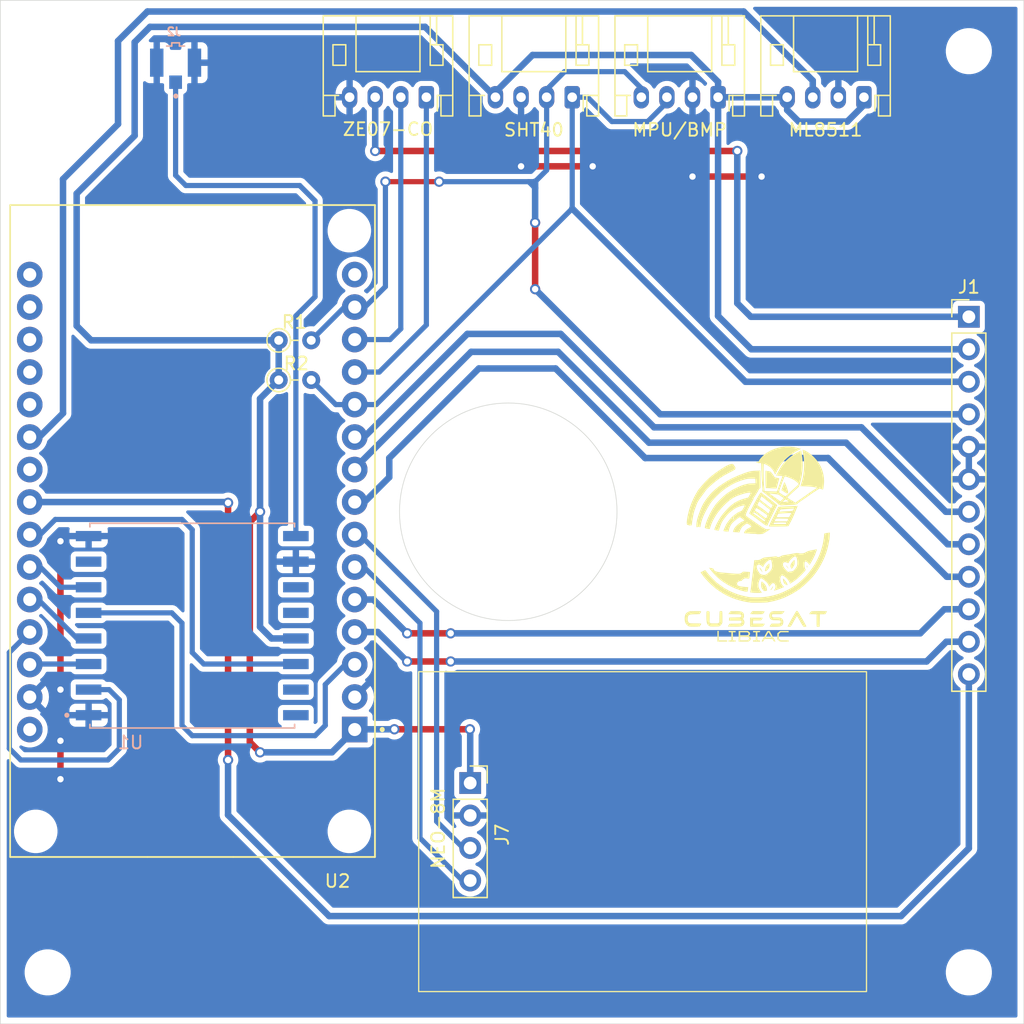
<source format=kicad_pcb>
(kicad_pcb (version 20240108) (generator "pcbnew") (generator_version "8.0")
  (layers (0 "F.Cu" signal) (31 "B.Cu" signal) (34 "B.Paste" user) (35 "F.Paste" user) (36 "B.SilkS" user "B.Silkscreen") (37 "F.SilkS" user "F.Silkscreen") (38 "B.Mask" user) (39 "F.Mask" user) (44 "Edge.Cuts" user))
  (net 0 "")
  (net 1 "RESET")
  (net 2 "SCL")
  (net 3 "SDA")
  (net 4 "RX_GPS")
  (net 5 "TX_GPS")
  (net 6 "MOSI")
  (net 7 "MISO")
  (net 10 "SS")
  (net 11 "Net-(U1-ANT)")
  (net 13 "GND")
  (net 14 "DIO0")
  (net 17 "SCK")
  (net 18 "Motor 5")
  (net 19 "Motor 4")
  (net 20 "5V")
  (net 21 "Motor 1")
  (net 22 "Motor 3")
  (net 23 "3.3V")
  (net 24 "Motor 6")
  (net 25 "Motor 2")
  (net 26 "TX_CO")
  (net 27 "RX_CO")
  (net 28 "UV_OUT")
  (footprint "Connector_PinSocket_2.54mm:PinSocket_1x04_P2.54mm_Vertical" (layer "F.Cu") (at 184.524132 118.718346)
    (property "Reference" "J7" (at 2.5 4.04 90) (layer "F.SilkS"))
    (property "Value" "NEO-8M" (at -2.5 3.54 90) (layer "F.SilkS"))
    (pad "1" thru_hole rect (at 0 0) (size 1.7 1.7) (drill 1) (layers "*.Cu" "*.Mask") (net 23 "3.3V"))
    (pad "2" thru_hole oval (at 0 2.54) (size 1.7 1.7) (drill 1) (layers "*.Cu" "*.Mask") (net 13 "GND"))
    (pad "3" thru_hole oval (at 0 5.08) (size 1.7 1.7) (drill 1) (layers "*.Cu" "*.Mask") (net 4 "RX_GPS"))
    (pad "4" thru_hole oval (at 0 7.62) (size 1.7 1.7) (drill 1) (layers "*.Cu" "*.Mask") (net 5 "TX_GPS"))
  )
  (footprint "MountingHole:MountingHole_3.2mm_M3_ISO14580" (layer "F.Cu") (at 223.499132 133.518346)
    (property "Reference" "H3" (hide yes))
    (property "Value" "M3" (hide yes))
    (pad "" np_thru_hole circle (at 0 0) (size 3.2 3.2) (drill 3.2) (layers "*.Cu" "*.Mask"))
  )
  (footprint "Resistor_THT:R_Axial_DIN0204_L3.6mm_D1.6mm_P2.54mm_Vertical" (layer "F.Cu") (at 169.559132 84.118346)
    (property "Reference" "R1" (at 1.22 -1.42767 360) (layer "F.SilkS"))
    (property "Value" "R" (hide yes))
    (pad "1" thru_hole circle (at 0 0) (size 1.4 1.4) (drill 0.7) (layers "*.Cu" "*.Mask") (net 23 "3.3V"))
    (pad "2" thru_hole oval (at 2.54 0) (size 1.4 1.4) (drill 0.7) (layers "*.Cu" "*.Mask") (net 2 "SCL"))
  )
  (footprint "MountingHole:MountingHole_3.2mm_M3_ISO14580" (layer "F.Cu") (at 151.499132 61.518346)
    (property "Reference" "H1" (hide yes))
    (property "Value" "M1" (hide yes))
    (pad "" np_thru_hole circle (at 0 0) (size 3.2 3.2) (drill 3.2) (layers "*.Cu" "*.Mask"))
  )
  (footprint "Connector_JST:JST_PH_S4B-PH-K_1x04_P2.00mm_Horizontal" (layer "F.Cu") (at 203.899132 65.118346 180)
    (property "Reference" "J8")
    (property "Value" "MPU/BMP" (at 3 -2.55 0) (layer "F.SilkS"))
    (pad "1" thru_hole roundrect (at 0 0 180) (size 1.2 1.75) (drill 0.75) (layers "*.Cu" "*.Mask") (roundrect_rratio 0.208333) (net 23 "3.3V"))
    (pad "2" thru_hole oval (at 2 0 180) (size 1.2 1.75) (drill 0.75) (layers "*.Cu" "*.Mask") (net 13 "GND"))
    (pad "3" thru_hole oval (at 4 0 180) (size 1.2 1.75) (drill 0.75) (layers "*.Cu" "*.Mask") (net 3 "SDA"))
    (pad "4" thru_hole oval (at 6 0 180) (size 1.2 1.75) (drill 0.75) (layers "*.Cu" "*.Mask") (net 2 "SCL"))
  )
  (footprint "Connector_PinHeader_2.54mm:PinHeader_1x12_P2.54mm_Vertical" (layer "F.Cu") (at 223.499132 82.278346)
    (property "Reference" "J1" (at 0 -2.33 0) (layer "F.SilkS"))
    (property "Value" "MBoard")
    (pad "1" thru_hole rect (at 0 0) (size 1.7 1.7) (drill 1) (layers "*.Cu" "*.Mask") (net 20 "5V"))
    (pad "2" thru_hole oval (at 0 2.54) (size 1.7 1.7) (drill 1) (layers "*.Cu" "*.Mask") (net 23 "3.3V"))
    (pad "3" thru_hole oval (at 0 5.08) (size 1.7 1.7) (drill 1) (layers "*.Cu" "*.Mask") (net 3 "SDA"))
    (pad "4" thru_hole oval (at 0 7.62) (size 1.7 1.7) (drill 1) (layers "*.Cu" "*.Mask") (net 2 "SCL"))
    (pad "5" thru_hole oval (at 0 10.16) (size 1.7 1.7) (drill 1) (layers "*.Cu" "*.Mask") (net 13 "GND"))
    (pad "6" thru_hole oval (at 0 12.7) (size 1.7 1.7) (drill 1) (layers "*.Cu" "*.Mask") (net 13 "GND"))
    (pad "7" thru_hole oval (at 0 15.24) (size 1.7 1.7) (drill 1) (layers "*.Cu" "*.Mask") (net 21 "Motor 1"))
    (pad "8" thru_hole oval (at 0 17.78) (size 1.7 1.7) (drill 1) (layers "*.Cu" "*.Mask") (net 25 "Motor 2"))
    (pad "9" thru_hole oval (at 0 20.32) (size 1.7 1.7) (drill 1) (layers "*.Cu" "*.Mask") (net 22 "Motor 3"))
    (pad "10" thru_hole oval (at 0 22.86) (size 1.7 1.7) (drill 1) (layers "*.Cu" "*.Mask") (net 19 "Motor 4"))
    (pad "11" thru_hole oval (at 0 25.4) (size 1.7 1.7) (drill 1) (layers "*.Cu" "*.Mask") (net 18 "Motor 5"))
    (pad "12" thru_hole oval (at 0 27.94) (size 1.7 1.7) (drill 1) (layers "*.Cu" "*.Mask") (net 24 "Motor 6"))
  )
  (footprint "Connector_JST:JST_PH_S4B-PH-K_1x04_P2.00mm_Horizontal" (layer "F.Cu") (at 215.299132 65.118346 180)
    (property "Reference" "J6")
    (property "Value" "ML8511" (at 3 -2.55 0) (layer "F.SilkS"))
    (pad "1" thru_hole roundrect (at 0 0 180) (size 1.2 1.75) (drill 0.75) (layers "*.Cu" "*.Mask") (roundrect_rratio 0.208333) (net 23 "3.3V"))
    (pad "2" thru_hole oval (at 2 0 180) (size 1.2 1.75) (drill 0.75) (layers "*.Cu" "*.Mask") (net 13 "GND"))
    (pad "3" thru_hole oval (at 4 0 180) (size 1.2 1.75) (drill 0.75) (layers "*.Cu" "*.Mask") (net 28 "UV_OUT"))
    (pad "4" thru_hole oval (at 6 0 180) (size 1.2 1.75) (drill 0.75) (layers "*.Cu" "*.Mask") (net 23 "3.3V"))
  )
  (footprint "Connector_JST:JST_PH_S4B-PH-K_1x04_P2.00mm_Horizontal" (layer "F.Cu") (at 181.099132 65.118346 180)
    (property "Reference" "J4")
    (property "Value" "ZE07-CO" (at 3 -2.5 0) (layer "F.SilkS"))
    (pad "1" thru_hole roundrect (at 0 0 180) (size 1.2 1.75) (drill 0.75) (layers "*.Cu" "*.Mask") (roundrect_rratio 0.208333) (net 26 "TX_CO"))
    (pad "2" thru_hole oval (at 2 0 180) (size 1.2 1.75) (drill 0.75) (layers "*.Cu" "*.Mask") (net 27 "RX_CO"))
    (pad "3" thru_hole oval (at 4 0 180) (size 1.2 1.75) (drill 0.75) (layers "*.Cu" "*.Mask") (net 20 "5V"))
    (pad "4" thru_hole oval (at 6 0 180) (size 1.2 1.75) (drill 0.75) (layers "*.Cu" "*.Mask") (net 13 "GND"))
  )
  (footprint "Resistor_THT:R_Axial_DIN0204_L3.6mm_D1.6mm_P2.54mm_Vertical" (layer "F.Cu") (at 169.559132 87.218346)
    (property "Reference" "R2" (at 1.3705 -1.2863 360) (layer "F.SilkS"))
    (property "Value" "R" (hide yes))
    (pad "1" thru_hole circle (at 0 0) (size 1.4 1.4) (drill 0.7) (layers "*.Cu" "*.Mask") (net 23 "3.3V"))
    (pad "2" thru_hole oval (at 2.54 0) (size 1.4 1.4) (drill 0.7) (layers "*.Cu" "*.Mask") (net 3 "SDA"))
  )
  (footprint "Libiac:Libiac" (layer "F.Cu") (at 206.899132 100.418346)
    (property "Reference" "G***" (hide yes))
    (property "Value" "LOGO" (hide yes))
  )
  (footprint "MountingHole:MountingHole_3.2mm_M3_ISO14580" (layer "F.Cu") (at 151.499132 133.518346)
    (property "Reference" "H4" (hide yes))
    (property "Value" "M4" (hide yes))
    (pad "" np_thru_hole circle (at 0 0) (size 3.2 3.2) (drill 3.2) (layers "*.Cu" "*.Mask"))
  )
  (footprint "MountingHole:MountingHole_3.2mm_M3_ISO14580" (layer "F.Cu") (at 223.499132 61.518346)
    (property "Reference" "H2" (hide yes))
    (property "Value" "M2" (hide yes))
    (pad "" np_thru_hole circle (at 0 0) (size 3.2 3.2) (drill 3.2) (layers "*.Cu" "*.Mask"))
  )
  (footprint "Connector_JST:JST_PH_S4B-PH-K_1x04_P2.00mm_Horizontal" (layer "F.Cu") (at 192.499132 65.118346 180)
    (property "Reference" "J5")
    (property "Value" "SHT40" (at 3 -2.55 0) (layer "F.SilkS"))
    (pad "1" thru_hole roundrect (at 0 0 180) (size 1.2 1.75) (drill 0.75) (layers "*.Cu" "*.Mask") (roundrect_rratio 0.208333) (net 3 "SDA"))
    (pad "2" thru_hole oval (at 2 0 180) (size 1.2 1.75) (drill 0.75) (layers "*.Cu" "*.Mask") (net 2 "SCL"))
    (pad "3" thru_hole oval (at 4 0 180) (size 1.2 1.75) (drill 0.75) (layers "*.Cu" "*.Mask") (net 13 "GND"))
    (pad "4" thru_hole oval (at 6 0 180) (size 1.2 1.75) (drill 0.75) (layers "*.Cu" "*.Mask") (net 23 "3.3V"))
  )
  (footprint "Libiac_lib:MODULE_ESP32_DEVKIT_V1" (layer "F.Cu") (at 162.799132 99.023346 180)
    (property "Reference" "U2" (at -11.355 -27.36 360) (layer "F.SilkS"))
    (property "Value" "ESP32-DEVKIT-V1")
    (pad "" np_thru_hole circle (at -12.28 -23.475 180) (size 3 3) (drill 3) (layers "*.Cu" "*.Mask"))
    (pad "" np_thru_hole circle (at -12.28 23.475 180) (size 3 3) (drill 3) (layers "*.Cu" "*.Mask"))
    (pad "" np_thru_hole circle (at 12.23 -23.475 180) (size 3 3) (drill 3) (layers "*.Cu" "*.Mask"))
    (pad "" np_thru_hole circle (at 12.23 23.475 180) (size 3 3) (drill 3) (layers "*.Cu" "*.Mask"))
    (pad "1" thru_hole rect (at -12.7 -15.515 180) (size 2 2) (drill 1.02) (layers "*.Cu" "*.Mask") (net 23 "3.3V"))
    (pad "2" thru_hole circle (at -12.7 -12.975 180) (size 2 2) (drill 1.02) (layers "*.Cu" "*.Mask") (net 13 "GND"))
    (pad "3" thru_hole circle (at -12.7 -10.435 180) (size 2 2) (drill 1.02) (layers "*.Cu" "*.Mask") (net 10 "SS"))
    (pad "4" thru_hole circle (at -12.7 -7.895 180) (size 2 2) (drill 1.02) (layers "*.Cu" "*.Mask") (net 18 "Motor 5"))
    (pad "5" thru_hole circle (at -12.7 -5.355 180) (size 2 2) (drill 1.02) (layers "*.Cu" "*.Mask") (net 19 "Motor 4"))
    (pad "6" thru_hole circle (at -12.7 -2.815 180) (size 2 2) (drill 1.02) (layers "*.Cu" "*.Mask") (net 5 "TX_GPS"))
    (pad "7" thru_hole circle (at -12.7 -0.275 180) (size 2 2) (drill 1.02) (layers "*.Cu" "*.Mask") (net 4 "RX_GPS"))
    (pad "8" thru_hole circle (at -12.7 2.265 180) (size 2 2) (drill 1.02) (layers "*.Cu" "*.Mask") (net 22 "Motor 3"))
    (pad "9" thru_hole circle (at -12.7 4.805 180) (size 2 2) (drill 1.02) (layers "*.Cu" "*.Mask") (net 25 "Motor 2"))
    (pad "10" thru_hole circle (at -12.7 7.345 180) (size 2 2) (drill 1.02) (layers "*.Cu" "*.Mask") (net 21 "Motor 1"))
    (pad "11" thru_hole circle (at -12.7 9.885 180) (size 2 2) (drill 1.02) (layers "*.Cu" "*.Mask") (net 3 "SDA"))
    (pad "12" thru_hole circle (at -12.7 12.425 180) (size 2 2) (drill 1.02) (layers "*.Cu" "*.Mask") (net 26 "TX_CO"))
    (pad "13" thru_hole circle (at -12.7 14.965 180) (size 2 2) (drill 1.02) (layers "*.Cu" "*.Mask") (net 27 "RX_CO"))
    (pad "14" thru_hole circle (at -12.7 17.505 180) (size 2 2) (drill 1.02) (layers "*.Cu" "*.Mask") (net 2 "SCL"))
    (pad "15" thru_hole circle (at -12.7 20.045 180) (size 2 2) (drill 1.02) (layers "*.Cu" "*.Mask"))
    (pad "16" thru_hole circle (at 12.7 20.045 180) (size 2 2) (drill 1.02) (layers "*.Cu" "*.Mask"))
    (pad "17" thru_hole circle (at 12.7 17.505 180) (size 2 2) (drill 1.02) (layers "*.Cu" "*.Mask"))
    (pad "18" thru_hole circle (at 12.7 14.965 180) (size 2 2) (drill 1.02) (layers "*.Cu" "*.Mask"))
    (pad "19" thru_hole circle (at 12.7 12.425 180) (size 2 2) (drill 1.02) (layers "*.Cu" "*.Mask"))
    (pad "20" thru_hole circle (at 12.7 9.885 180) (size 2 2) (drill 1.02) (layers "*.Cu" "*.Mask"))
    (pad "21" thru_hole circle (at 12.7 7.345 180) (size 2 2) (drill 1.02) (layers "*.Cu" "*.Mask") (net 28 "UV_OUT"))
    (pad "22" thru_hole circle (at 12.7 4.805 180) (size 2 2) (drill 1.02) (layers "*.Cu" "*.Mask"))
    (pad "23" thru_hole circle (at 12.7 2.265 180) (size 2 2) (drill 1.02) (layers "*.Cu" "*.Mask") (net 24 "Motor 6"))
    (pad "24" thru_hole circle (at 12.7 -0.275 180) (size 2 2) (drill 1.02) (layers "*.Cu" "*.Mask") (net 14 "DIO0"))
    (pad "25" thru_hole circle (at 12.7 -2.815 180) (size 2 2) (drill 1.02) (layers "*.Cu" "*.Mask") (net 1 "RESET"))
    (pad "26" thru_hole circle (at 12.7 -5.355 180) (size 2 2) (drill 1.02) (layers "*.Cu" "*.Mask") (net 17 "SCK"))
    (pad "27" thru_hole circle (at 12.7 -7.895 180) (size 2 2) (drill 1.02) (layers "*.Cu" "*.Mask") (net 7 "MISO"))
    (pad "28" thru_hole circle (at 12.7 -10.435 180) (size 2 2) (drill 1.02) (layers "*.Cu" "*.Mask") (net 6 "MOSI"))
    (pad "29" thru_hole circle (at 12.7 -12.975 180) (size 2 2) (drill 1.02) (layers "*.Cu" "*.Mask") (net 13 "GND"))
    (pad "30" thru_hole circle (at 12.7 -15.515 180) (size 2 2) (drill 1.02) (layers "*.Cu" "*.Mask"))
    (zone (net 0) (net_name "") (layer "B.Cu") (connect_pads (clearance 0)) (min_thickness 0.01)
      (keepout (tracks not_allowed) (vias not_allowed) (pads not_allowed) (copperpour not_allowed) (footprints allowed))
      (fill (thermal_gap 0.508) (thermal_bridge_width 0.508))
      (polygon (pts (xy 171.709132 80.038346) (xy 154.019132 80.038346) (xy 154.019132 73.548346) (xy 171.709132 73.548346)))
    )
  )
  (footprint "Libiac_lib:MODULE_RFM96W-433S2" (layer "B.Cu") (at 162.799132 106.418346)
    (property "Reference" "U1" (at -4.825 9.135 360) (layer "B.SilkS") (effects (justify mirror)))
    (property "Value" "RFM96W-433S2")
    (pad "1" smd rect (at -8.1 7) (size 2 0.8) (layers "B.Cu" "B.Paste" "B.Mask") (net 13 "GND"))
    (pad "2" smd rect (at -8.1 5) (size 2 0.8) (layers "B.Cu" "B.Paste" "B.Mask") (net 7 "MISO"))
    (pad "3" smd rect (at -8.1 3) (size 2 0.8) (layers "B.Cu" "B.Paste" "B.Mask") (net 6 "MOSI"))
    (pad "4" smd rect (at -8.1 1) (size 2 0.8) (layers "B.Cu" "B.Paste" "B.Mask") (net 17 "SCK"))
    (pad "5" smd rect (at -8.1 -1) (size 2 0.8) (layers "B.Cu" "B.Paste" "B.Mask") (net 10 "SS"))
    (pad "6" smd rect (at -8.1 -3) (size 2 0.8) (layers "B.Cu" "B.Paste" "B.Mask") (net 1 "RESET"))
    (pad "7" smd rect (at -8.1 -5) (size 2 0.8) (layers "B.Cu" "B.Paste" "B.Mask"))
    (pad "8" smd rect (at -8.1 -7) (size 2 0.8) (layers "B.Cu" "B.Paste" "B.Mask") (net 13 "GND"))
    (pad "9" smd rect (at 8.1 -7) (size 2 0.8) (layers "B.Cu" "B.Paste" "B.Mask") (net 11 "Net-(U1-ANT)"))
    (pad "10" smd rect (at 8.1 -5) (size 2 0.8) (layers "B.Cu" "B.Paste" "B.Mask") (net 13 "GND"))
    (pad "11" smd rect (at 8.1 -3) (size 2 0.8) (layers "B.Cu" "B.Paste" "B.Mask"))
    (pad "12" smd rect (at 8.1 -1) (size 2 0.8) (layers "B.Cu" "B.Paste" "B.Mask"))
    (pad "13" smd rect (at 8.1 1) (size 2 0.8) (layers "B.Cu" "B.Paste" "B.Mask") (net 23 "3.3V"))
    (pad "14" smd rect (at 8.1 3) (size 2 0.8) (layers "B.Cu" "B.Paste" "B.Mask") (net 14 "DIO0"))
    (pad "15" smd rect (at 8.1 5) (size 2 0.8) (layers "B.Cu" "B.Paste" "B.Mask"))
    (pad "16" smd rect (at 8.1 7) (size 2 0.8) (layers "B.Cu" "B.Paste" "B.Mask"))
  )
  (footprint "Libiac_lib:IPEX_20279-001E-03" (layer "B.Cu") (at 161.499132 62.418346 180)
    (property "Reference" "J2" (at 0.134 2.4168 0) (layer "B.SilkS") (effects (font (size 0.64063 0.64063)) (justify mirror)))
    (property "Value" "Antena IPEX")
    (pad "1" smd rect (at 0 -1.525 180) (size 1 1.05) (layers "B.Cu" "B.Paste" "B.Mask") (net 11 "Net-(U1-ANT)"))
    (pad "2" smd rect (at 1.475 0 180) (size 1.05 2.2) (layers "B.Cu" "B.Paste" "B.Mask") (net 13 "GND"))
    (pad "3" smd rect (at -1.475 0 180) (size 1.05 2.2) (layers "B.Cu" "B.Paste" "B.Mask") (net 13 "GND"))
    (zone (net 0) (net_name "") (layer "B.Cu") (connect_pads (clearance 0)) (min_thickness 0.01)
      (keepout (tracks not_allowed) (vias not_allowed) (pads not_allowed) (copperpour not_allowed) (footprints allowed))
      (fill (thermal_gap 0.508) (thermal_bridge_width 0.508))
      (polygon (pts (xy 162.549132 61.418346) (xy 160.449132 61.418346) (xy 160.449132 63.318346) (xy 162.549132 63.318346)))
    )
  )
  (gr_rect (start 180.499234 110.018465) (end 215.499234 135.018465) (stroke (width 0.1)) (fill none) (layer "F.SilkS"))
  (gr_rect (start 147.799132 57.548346) (end 227.799132 137.548346) (stroke (width 0.05)) (fill none) (layer "Edge.Cuts"))
  (gr_circle (center 187.499132 97.518346) (end 195.999132 97.518346) (stroke (width 0.05)) (fill none) (layer "Edge.Cuts"))
  (segment (start 152.499132 103.418346) (end 154.699132 103.418346) (width 0.406) (layer "B.Cu") (net 1))
  (segment (start 150.919132 101.838346) (end 152.499132 103.418346) (width 0.406) (layer "B.Cu") (net 1))
  (segment (start 150.099132 101.838346) (end 150.919132 101.838346) (width 0.406) (layer "B.Cu") (net 1))
  (segment (start 177.899132 71.718346) (end 182.099132 71.718346) (width 0.406) (layer "F.Cu") (net 2))
  (segment (start 189.599132 80.118346) (end 189.599132 74.918346) (width 0.508) (layer "F.Cu") (net 2))
  (via (at 189.599132 80.118346) (size 0.8) (drill 0.5) (layers "F.Cu" "B.Cu") (net 2))
  (via (at 182.099132 71.718346) (size 0.8) (drill 0.5) (layers "F.Cu" "B.Cu") (net 2))
  (via (at 177.899132 71.718346) (size 0.8) (drill 0.5) (layers "F.Cu" "B.Cu") (net 2))
  (via (at 189.599132 74.918346) (size 0.8) (drill 0.5) (layers "F.Cu" "B.Cu") (net 2))
  (segment (start 190.499132 65.118346) (end 190.499132 64.518346) (width 0.406) (layer "B.Cu") (net 2))
  (segment (start 177.899132 79.918346) (end 177.899132 71.718346) (width 0.406) (layer "B.Cu") (net 2))
  (segment (start 189.599132 72.218346) (end 189.599132 71.718346) (width 0.508) (layer "B.Cu") (net 2))
  (segment (start 190.499132 64.518346) (end 191.899132 63.118346) (width 0.406) (layer "B.Cu") (net 2))
  (segment (start 175.299132 81.318346) (end 175.199132 81.318346) (width 0.406) (layer "B.Cu") (net 2))
  (segment (start 189.599132 71.718346) (end 190.499132 70.818346) (width 0.406) (layer "B.Cu") (net 2))
  (segment (start 191.899132 63.118346) (end 196.599132 63.118346) (width 0.406) (layer "B.Cu") (net 2))
  (segment (start 199.379132 89.898346) (end 189.599132 80.118346) (width 0.508) (layer "B.Cu") (net 2))
  (segment (start 176.299132 81.518346) (end 177.899132 79.918346) (width 0.406) (layer "B.Cu") (net 2))
  (segment (start 197.899132 64.418346) (end 197.899132 65.118346) (width 0.406) (layer "B.Cu") (net 2))
  (segment (start 223.499132 89.898346) (end 199.379132 89.898346) (width 0.508) (layer "B.Cu") (net 2))
  (segment (start 175.499132 81.518346) (end 175.299132 81.318346) (width 0.406) (layer "B.Cu") (net 2))
  (segment (start 189.099132 71.718346) (end 189.599132 72.218346) (width 0.406) (layer "B.Cu") (net 2))
  (segment (start 182.099132 71.718346) (end 189.099132 71.718346) (width 0.406) (layer "B.Cu") (net 2))
  (segment (start 189.099132 71.718346) (end 189.599132 71.718346) (width 0.406) (layer "B.Cu") (net 2))
  (segment (start 175.499132 81.518346) (end 176.299132 81.518346) (width 0.406) (layer "B.Cu") (net 2))
  (segment (start 190.499132 70.818346) (end 190.499132 65.118346) (width 0.406) (layer "B.Cu") (net 2))
  (segment (start 174.699132 81.518346) (end 172.099132 84.118346) (width 0.406) (layer "B.Cu") (net 2))
  (segment (start 189.599132 74.918346) (end 189.599132 72.218346) (width 0.508) (layer "B.Cu") (net 2))
  (segment (start 196.599132 63.118346) (end 197.899132 64.418346) (width 0.406) (layer "B.Cu") (net 2))
  (segment (start 175.499132 81.518346) (end 174.699132 81.518346) (width 0.406) (layer "B.Cu") (net 2))
  (segment (start 195.599132 67.018346) (end 198.399132 67.018346) (width 0.406) (layer "B.Cu") (net 3))
  (segment (start 199.899132 65.518346) (end 199.899132 65.118346) (width 0.406) (layer "B.Cu") (net 3))
  (segment (start 223.499132 87.358346) (end 206.039132 87.358346) (width 0.508) (layer "B.Cu") (net 3))
  (segment (start 193.699132 65.118346) (end 195.599132 67.018346) (width 0.406) (layer "B.Cu") (net 3))
  (segment (start 206.039132 87.358346) (end 192.499132 73.818346) (width 0.508) (layer "B.Cu") (net 3))
  (segment (start 192.499132 73.818346) (end 192.499132 65.118346) (width 0.406) (layer "B.Cu") (net 3))
  (segment (start 175.499132 89.138346) (end 174.019132 89.138346) (width 0.406) (layer "B.Cu") (net 3))
  (segment (start 192.499132 65.118346) (end 193.699132 65.118346) (width 0.406) (layer "B.Cu") (net 3))
  (segment (start 175.499132 89.138346) (end 177.179132 89.138346) (width 0.406) (layer "B.Cu") (net 3))
  (segment (start 177.179132 89.138346) (end 192.499132 73.818346) (width 0.406) (layer "B.Cu") (net 3))
  (segment (start 174.019132 89.138346) (end 172.099132 87.218346) (width 0.406) (layer "B.Cu") (net 3))
  (segment (start 198.399132 67.018346) (end 199.899132 65.518346) (width 0.406) (layer "B.Cu") (net 3))
  (segment (start 175.489132 89.148346) (end 175.499132 89.138346) (width 0.406) (layer "B.Cu") (net 3))
  (segment (start 183.979132 123.798346) (end 181.899132 121.718346) (width 0.406) (layer "B.Cu") (net 4))
  (segment (start 184.524132 123.798346) (end 183.979132 123.798346) (width 0.406) (layer "B.Cu") (net 4))
  (segment (start 181.899132 105.318346) (end 175.879132 99.298346) (width 0.406) (layer "B.Cu") (net 4))
  (segment (start 175.879132 99.298346) (end 175.499132 99.298346) (width 0.406) (layer "B.Cu") (net 4))
  (segment (start 181.899132 121.718346) (end 181.899132 105.318346) (width 0.406) (layer "B.Cu") (net 4))
  (segment (start 180.599132 106.218346) (end 176.219132 101.838346) (width 0.406) (layer "B.Cu") (net 5))
  (segment (start 180.599132 123.018346) (end 180.599132 106.218346) (width 0.406) (layer "B.Cu") (net 5))
  (segment (start 184.524132 126.338346) (end 183.919132 126.338346) (width 0.406) (layer "B.Cu") (net 5))
  (segment (start 183.919132 126.338346) (end 180.599132 123.018346) (width 0.406) (layer "B.Cu") (net 5))
  (segment (start 176.219132 101.838346) (end 175.499132 101.838346) (width 0.406) (layer "B.Cu") (net 5))
  (segment (start 154.699132 109.418346) (end 150.139132 109.418346) (width 0.406) (layer "B.Cu") (net 6))
  (segment (start 150.139132 109.418346) (end 150.099132 109.458346) (width 0.406) (layer "B.Cu") (net 6))
  (segment (start 156.299132 111.418346) (end 154.699132 111.418346) (width 0.406) (layer "B.Cu") (net 7))
  (segment (start 148.502132 108.515346) (end 148.502132 116.021346) (width 0.406) (layer "B.Cu") (net 7))
  (segment (start 149.399132 116.918346) (end 156.199132 116.918346) (width 0.406) (layer "B.Cu") (net 7))
  (segment (start 148.502132 116.021346) (end 149.399132 116.918346) (width 0.406) (layer "B.Cu") (net 7))
  (segment (start 157.099132 112.218346) (end 156.299132 111.418346) (width 0.406) (layer "B.Cu") (net 7))
  (segment (start 156.199132 116.918346) (end 157.099132 116.018346) (width 0.406) (layer "B.Cu") (net 7))
  (segment (start 150.099132 106.918346) (end 148.502132 108.515346) (width 0.406) (layer "B.Cu") (net 7))
  (segment (start 157.099132 116.018346) (end 157.099132 112.218346) (width 0.406) (layer "B.Cu") (net 7))
  (segment (start 173.199132 114.218346) (end 172.399132 115.018346) (width 0.406) (layer "B.Cu") (net 10))
  (segment (start 161.999132 106.218346) (end 161.199132 105.418346) (width 0.406) (layer "B.Cu") (net 10))
  (segment (start 162.799132 115.018346) (end 161.999132 114.218346) (width 0.406) (layer "B.Cu") (net 10))
  (segment (start 173.199132 111.018346) (end 173.199132 114.218346) (width 0.406) (layer "B.Cu") (net 10))
  (segment (start 172.399132 115.018346) (end 162.799132 115.018346) (width 0.406) (layer "B.Cu") (net 10))
  (segment (start 161.199132 105.418346) (end 154.699132 105.418346) (width 0.406) (layer "B.Cu") (net 10))
  (segment (start 161.999132 114.218346) (end 161.999132 106.218346) (width 0.406) (layer "B.Cu") (net 10))
  (segment (start 174.759132 109.458346) (end 173.199132 111.018346) (width 0.406) (layer "B.Cu") (net 10))
  (segment (start 175.499132 109.458346) (end 174.759132 109.458346) (width 0.406) (layer "B.Cu") (net 10))
  (segment (start 172.399132 80.711332) (end 172.399132 73.218346) (width 0.406) (layer "B.Cu") (net 11))
  (segment (start 172.399132 73.218346) (end 171.199132 72.018346) (width 0.406) (layer "B.Cu") (net 11))
  (segment (start 170.899132 82.211332) (end 172.399132 80.711332) (width 0.406) (layer "B.Cu") (net 11))
  (segment (start 162.299132 72.018346) (end 161.499132 71.218346) (width 0.406) (layer "B.Cu") (net 11))
  (segment (start 161.499132 71.218346) (end 161.499132 63.943346) (width 0.406) (layer "B.Cu") (net 11))
  (segment (start 171.199132 72.018346) (end 162.299132 72.018346) (width 0.406) (layer "B.Cu") (net 11))
  (segment (start 170.899132 99.418346) (end 170.899132 82.211332) (width 0.406) (layer "B.Cu") (net 11))
  (segment (start 152.499132 115.418346) (end 152.499132 118.418346) (width 0.508) (layer "F.Cu") (net 13))
  (segment (start 188.499132 70.518346) (end 194.099132 70.518346) (width 0.508) (layer "F.Cu") (net 13))
  (segment (start 201.899132 71.318346) (end 207.299132 71.318346) (width 0.508) (layer "F.Cu") (net 13))
  (segment (start 152.499132 99.818346) (end 152.499132 111.418346) (width 0.508) (layer "F.Cu") (net 13))
  (via (at 152.499132 111.418346) (size 0.8) (drill 0.5) (layers "F.Cu" "B.Cu") (net 13))
  (via (at 152.499132 115.418346) (size 0.8) (drill 0.5) (layers "F.Cu" "B.Cu") (net 13))
  (via (at 152.499132 118.418346) (size 0.8) (drill 0.5) (layers "F.Cu" "B.Cu") (net 13))
  (via (at 152.499132 99.818346) (size 0.8) (drill 0.5) (layers "F.Cu" "B.Cu") (net 13))
  (via (at 201.899132 71.318346) (size 0.8) (drill 0.5) (layers "F.Cu" "B.Cu") (net 13))
  (via (at 188.499132 70.518346) (size 0.8) (drill 0.5) (layers "F.Cu" "B.Cu") (net 13))
  (via (at 194.099132 70.518346) (size 0.8) (drill 0.5) (layers "F.Cu" "B.Cu") (net 13))
  (via (at 207.299132 71.318346) (size 0.8) (drill 0.5) (layers "F.Cu" "B.Cu") (net 13))
  (segment (start 150.919132 99.298346) (end 150.099132 99.298346) (width 0.406) (layer "B.Cu") (net 14))
  (segment (start 170.899132 109.418346) (end 163.699132 109.418346) (width 0.406) (layer "B.Cu") (net 14))
  (segment (start 162.799132 108.518346) (end 162.799132 98.918346) (width 0.406) (layer "B.Cu") (net 14))
  (segment (start 152.099132 98.118346) (end 150.919132 99.298346) (width 0.406) (layer "B.Cu") (net 14))
  (segment (start 163.699132 109.418346) (end 162.799132 108.518346) (width 0.406) (layer "B.Cu") (net 14))
  (segment (start 161.999132 98.118346) (end 152.099132 98.118346) (width 0.406) (layer "B.Cu") (net 14))
  (segment (start 162.799132 98.918346) (end 161.999132 98.118346) (width 0.406) (layer "B.Cu") (net 14))
  (segment (start 150.759132 104.378346) (end 153.799132 107.418346) (width 0.406) (layer "B.Cu") (net 17))
  (segment (start 153.799132 107.418346) (end 154.699132 107.418346) (width 0.406) (layer "B.Cu") (net 17))
  (segment (start 150.099132 104.378346) (end 150.759132 104.378346) (width 0.406) (layer "B.Cu") (net 17))
  (segment (start 179.599132 109.218346) (end 182.999132 109.218346) (width 0.508) (layer "F.Cu") (net 18))
  (via (at 179.599132 109.218346) (size 0.8) (drill 0.5) (layers "F.Cu" "B.Cu") (net 18))
  (via (at 182.999132 109.218346) (size 0.8) (drill 0.5) (layers "F.Cu" "B.Cu") (net 18))
  (segment (start 221.739132 107.678346) (end 223.499132 107.678346) (width 0.508) (layer "B.Cu") (net 18))
  (segment (start 182.999132 109.218346) (end 220.199132 109.218346) (width 0.508) (layer "B.Cu") (net 18))
  (segment (start 220.199132 109.218346) (end 221.739132 107.678346) (width 0.508) (layer "B.Cu") (net 18))
  (segment (start 177.299132 106.918346) (end 179.599132 109.218346) (width 0.508) (layer "B.Cu") (net 18))
  (segment (start 175.499132 106.918346) (end 177.299132 106.918346) (width 0.508) (layer "B.Cu") (net 18))
  (segment (start 179.599132 107.018346) (end 182.999132 107.018346) (width 0.508) (layer "F.Cu") (net 19))
  (via (at 182.999132 107.018346) (size 0.8) (drill 0.5) (layers "F.Cu" "B.Cu") (net 19))
  (via (at 179.599132 107.018346) (size 0.8) (drill 0.5) (layers "F.Cu" "B.Cu") (net 19))
  (segment (start 176.959132 104.378346) (end 179.599132 107.018346) (width 0.508) (layer "B.Cu") (net 19))
  (segment (start 219.699132 107.018346) (end 221.579132 105.138346) (width 0.508) (layer "B.Cu") (net 19))
  (segment (start 182.999132 107.018346) (end 219.699132 107.018346) (width 0.508) (layer "B.Cu") (net 19))
  (segment (start 175.499132 104.378346) (end 176.959132 104.378346) (width 0.508) (layer "B.Cu") (net 19))
  (segment (start 221.579132 105.138346) (end 223.499132 105.138346) (width 0.508) (layer "B.Cu") (net 19))
  (segment (start 177.099132 69.318346) (end 205.399132 69.318346) (width 0.508) (layer "F.Cu") (net 20))
  (via (at 205.399132 69.318346) (size 0.8) (drill 0.5) (layers "F.Cu" "B.Cu") (net 20))
  (via (at 177.099132 69.318346) (size 0.8) (drill 0.5) (layers "F.Cu" "B.Cu") (net 20))
  (segment (start 205.399132 81.218346) (end 206.459132 82.278346) (width 0.508) (layer "B.Cu") (net 20))
  (segment (start 205.399132 69.318346) (end 205.399132 81.218346) (width 0.508) (layer "B.Cu") (net 20))
  (segment (start 177.099132 65.118346) (end 177.099132 69.318346) (width 0.508) (layer "B.Cu") (net 20))
  (segment (start 206.459132 82.278346) (end 223.499132 82.278346) (width 0.508) (layer "B.Cu") (net 20))
  (segment (start 184.299132 83.618346) (end 176.239132 91.678346) (width 0.508) (layer "B.Cu") (net 21))
  (segment (start 223.499132 97.518346) (end 221.699132 97.518346) (width 0.508) (layer "B.Cu") (net 21))
  (segment (start 215.099132 90.918346) (end 198.899132 90.918346) (width 0.508) (layer "B.Cu") (net 21))
  (segment (start 191.599132 83.618346) (end 184.299132 83.618346) (width 0.508) (layer "B.Cu") (net 21))
  (segment (start 221.699132 97.518346) (end 215.099132 90.918346) (width 0.508) (layer "B.Cu") (net 21))
  (segment (start 176.239132 91.678346) (end 175.499132 91.678346) (width 0.508) (layer "B.Cu") (net 21))
  (segment (start 198.899132 90.918346) (end 191.599132 83.618346) (width 0.508) (layer "B.Cu") (net 21))
  (segment (start 176.259132 96.758346) (end 175.499132 96.758346) (width 0.508) (layer "B.Cu") (net 22))
  (segment (start 185.199132 86.318346) (end 178.199132 93.318346) (width 0.508) (layer "B.Cu") (net 22))
  (segment (start 191.199132 86.318346) (end 185.199132 86.318346) (width 0.508) (layer "B.Cu") (net 22))
  (segment (start 223.499132 102.598346) (end 221.779132 102.598346) (width 0.508) (layer "B.Cu") (net 22))
  (segment (start 178.199132 93.318346) (end 178.199132 94.818346) (width 0.508) (layer "B.Cu") (net 22))
  (segment (start 221.779132 102.598346) (end 212.499132 93.318346) (width 0.508) (layer "B.Cu") (net 22))
  (segment (start 212.499132 93.318346) (end 198.199132 93.318346) (width 0.508) (layer "B.Cu") (net 22))
  (segment (start 178.199132 94.818346) (end 176.259132 96.758346) (width 0.508) (layer "B.Cu") (net 22))
  (segment (start 198.199132 93.318346) (end 191.199132 86.318346) (width 0.508) (layer "B.Cu") (net 22))
  (segment (start 167.299132 98.318346) (end 167.299132 115.518346) (width 0.508) (layer "F.Cu") (net 23))
  (segment (start 167.299132 115.518346) (end 168.099132 116.318346) (width 0.508) (layer "F.Cu") (net 23))
  (segment (start 184.499132 114.518346) (end 178.599132 114.518346) (width 0.508) (layer "F.Cu") (net 23))
  (segment (start 168.099132 97.518346) (end 167.299132 98.318346) (width 0.508) (layer "F.Cu") (net 23))
  (via (at 178.599132 114.518346) (size 0.8) (drill 0.5) (layers "F.Cu" "B.Cu") (net 23))
  (via (at 168.099132 116.318346) (size 0.8) (drill 0.5) (layers "F.Cu" "B.Cu") (net 23))
  (via (at 168.099132 97.518346) (size 0.8) (drill 0.5) (layers "F.Cu" "B.Cu") (net 23))
  (via (at 184.499132 114.518346) (size 0.8) (drill 0.5) (layers "F.Cu" "B.Cu") (net 23))
  (segment (start 169.559132 84.118346) (end 154.899132 84.118346) (width 0.508) (layer "B.Cu") (net 23))
  (segment (start 209.299132 65.118346) (end 203.899132 65.118346) (width 0.508) (layer "B.Cu") (net 23))
  (segment (start 175.519132 114.518346) (end 175.499132 114.538346) (width 0.508) (layer "B.Cu") (net 23))
  (segment (start 168.099132 106.518346) (end 168.099132 88.678346) (width 0.508) (layer "B.Cu") (net 23))
  (segment (start 223.499132 84.818346) (end 206.499132 84.818346) (width 0.508) (layer "B.Cu") (net 23))
  (segment (start 159.499132 59.618346) (end 180.999132 59.618346) (width 0.508) (layer "B.Cu") (net 23))
  (segment (start 169.559132 84.118346) (end 169.559132 87.218346) (width 0.508) (layer "B.Cu") (net 23))
  (segment (start 168.099132 88.678346) (end 169.559132 87.218346) (width 0.508) (layer "B.Cu") (net 23))
  (segment (start 180.999132 59.618346) (end 186.499132 65.118346) (width 0.508) (layer "B.Cu") (net 23))
  (segment (start 153.765132 82.984346) (end 153.765132 72.652346) (width 0.508) (layer "B.Cu") (net 23))
  (segment (start 186.499132 64.718346) (end 189.399132 61.818346) (width 0.508) (layer "B.Cu") (net 23))
  (segment (start 178.599132 114.518346) (end 175.519132 114.518346) (width 0.508) (layer "B.Cu") (net 23))
  (segment (start 215.299132 65.118346) (end 215.299132 65.718346) (width 0.508) (layer "B.Cu") (net 23))
  (segment (start 210.199132 67.018346) (end 209.299132 66.118346) (width 0.508) (layer "B.Cu") (net 23))
  (segment (start 213.999132 67.018346) (end 210.199132 67.018346) (width 0.508) (layer "B.Cu") (net 23))
  (segment (start 186.499132 65.118346) (end 186.499132 64.718346) (width 0.508) (layer "B.Cu") (net 23))
  (segment (start 184.524132 118.718346) (end 184.524132 114.543346) (width 0.508) (layer "B.Cu") (net 23))
  (segment (start 215.299132 65.718346) (end 213.999132 67.018346) (width 0.508) (layer "B.Cu") (net 23))
  (segment (start 206.499132 84.818346) (end 203.899132 82.218346) (width 0.508) (layer "B.Cu") (net 23))
  (segment (start 154.899132 84.118346) (end 153.765132 82.984346) (width 0.508) (layer "B.Cu") (net 23))
  (segment (start 168.099132 116.318346) (end 173.719132 116.318346) (width 0.508) (layer "B.Cu") (net 23))
  (segment (start 153.765132 72.652346) (end 158.299132 68.118346) (width 0.508) (layer "B.Cu") (net 23))
  (segment (start 168.999132 107.418346) (end 168.099132 106.518346) (width 0.508) (layer "B.Cu") (net 23))
  (segment (start 173.719132 116.318346) (end 175.499132 114.538346) (width 0.508) (layer "B.Cu") (net 23))
  (segment (start 203.899132 63.918346) (end 203.899132 65.118346) (width 0.508) (layer "B.Cu") (net 23))
  (segment (start 184.524132 114.543346) (end 184.499132 114.518346) (width 0.508) (layer "B.Cu") (net 23))
  (segment (start 203.899132 82.218346) (end 203.899132 65.118346) (width 0.508) (layer "B.Cu") (net 23))
  (segment (start 170.899132 107.418346) (end 168.999132 107.418346) (width 0.508) (layer "B.Cu") (net 23))
  (segment (start 158.299132 60.818346) (end 159.499132 59.618346) (width 0.508) (layer "B.Cu") (net 23))
  (segment (start 158.299132 68.118346) (end 158.299132 60.818346) (width 0.508) (layer "B.Cu") (net 23))
  (segment (start 189.399132 61.818346) (end 201.799132 61.818346) (width 0.508) (layer "B.Cu") (net 23))
  (segment (start 201.799132 61.818346) (end 203.899132 63.918346) (width 0.508) (layer "B.Cu") (net 23))
  (segment (start 209.299132 66.118346) (end 209.299132 65.118346) (width 0.508) (layer "B.Cu") (net 23))
  (segment (start 165.599132 96.818346) (end 165.599132 116.918346) (width 0.508) (layer "F.Cu") (net 24))
  (via (at 165.599132 96.818346) (size 0.8) (drill 0.5) (layers "F.Cu" "B.Cu") (net 24))
  (via (at 165.599132 116.918346) (size 0.8) (drill 0.5) (layers "F.Cu" "B.Cu") (net 24))
  (segment (start 223.499132 123.818346) (end 223.499132 110.218346) (width 0.508) (layer "B.Cu") (net 24))
  (segment (start 165.539132 96.758346) (end 150.099132 96.758346) (width 0.508) (layer "B.Cu") (net 24))
  (segment (start 165.599132 116.918346) (end 165.599132 121.218346) (width 0.508) (layer "B.Cu") (net 24))
  (segment (start 165.599132 96.818346) (end 165.539132 96.758346) (width 0.508) (layer "B.Cu") (net 24))
  (segment (start 165.599132 121.218346) (end 173.499132 129.118346) (width 0.508) (layer "B.Cu") (net 24))
  (segment (start 218.199132 129.118346) (end 223.499132 123.818346) (width 0.508) (layer "B.Cu") (net 24))
  (segment (start 173.499132 129.118346) (end 218.199132 129.118346) (width 0.508) (layer "B.Cu") (net 24))
  (segment (start 184.599132 85.018346) (end 175.499132 94.118346) (width 0.508) (layer "B.Cu") (net 25))
  (segment (start 223.499132 100.058346) (end 221.839132 100.058346) (width 0.508) (layer "B.Cu") (net 25))
  (segment (start 198.499132 92.118346) (end 191.399132 85.018346) (width 0.508) (layer "B.Cu") (net 25))
  (segment (start 213.899132 92.118346) (end 198.499132 92.118346) (width 0.508) (layer "B.Cu") (net 25))
  (segment (start 175.499132 94.118346) (end 175.499132 94.218346) (width 0.508) (layer "B.Cu") (net 25))
  (segment (start 221.839132 100.058346) (end 213.899132 92.118346) (width 0.508) (layer "B.Cu") (net 25))
  (segment (start 191.399132 85.018346) (end 184.599132 85.018346) (width 0.508) (layer "B.Cu") (net 25))
  (segment (start 177.419132 86.598346) (end 181.099132 82.918346) (width 0.406) (layer "B.Cu") (net 26))
  (segment (start 181.099132 82.918346) (end 181.099132 65.118346) (width 0.406) (layer "B.Cu") (net 26))
  (segment (start 175.499132 86.598346) (end 177.419132 86.598346) (width 0.406) (layer "B.Cu") (net 26))
  (segment (start 178.259132 84.058346) (end 179.099132 83.218346) (width 0.406) (layer "B.Cu") (net 27))
  (segment (start 179.099132 83.218346) (end 179.099132 65.118346) (width 0.406) (layer "B.Cu") (net 27))
  (segment (start 175.499132 84.058346) (end 178.259132 84.058346) (width 0.406) (layer "B.Cu") (net 27))
  (segment (start 211.299132 63.818346) (end 211.299132 65.118346) (width 0.508) (layer "B.Cu") (net 28))
  (segment (start 152.699132 71.518346) (end 156.999132 67.218346) (width 0.508) (layer "B.Cu") (net 28))
  (segment (start 156.999132 67.218346) (end 156.999132 60.718346) (width 0.508) (layer "B.Cu") (net 28))
  (segment (start 156.999132 60.718346) (end 159.299132 58.418346) (width 0.508) (layer "B.Cu") (net 28))
  (segment (start 159.299132 58.418346) (end 205.899132 58.418346) (width 0.508) (layer "B.Cu") (net 28))
  (segment (start 152.699132 89.818346) (end 152.699132 71.518346) (width 0.508) (layer "B.Cu") (net 28))
  (segment (start 150.099132 91.678346) (end 150.839132 91.678346) (width 0.508) (layer "B.Cu") (net 28))
  (segment (start 205.899132 58.418346) (end 211.299132 63.818346) (width 0.508) (layer "B.Cu") (net 28))
  (segment (start 150.839132 91.678346) (end 152.699132 89.818346) (width 0.508) (layer "B.Cu") (net 28))
  (zone (net 13) (net_name "GND") (layer "B.Cu") (connect_pads (clearance 0.4)) (min_thickness 0.25) (fill yes (thermal_gap 0.5) (thermal_bridge_width 0.5))
    (polygon (pts (xy 147.799132 57.518346) (xy 227.799132 57.518346) (xy 227.799132 137.518346) (xy 147.799132 137.518346)))
  )
)
</source>
